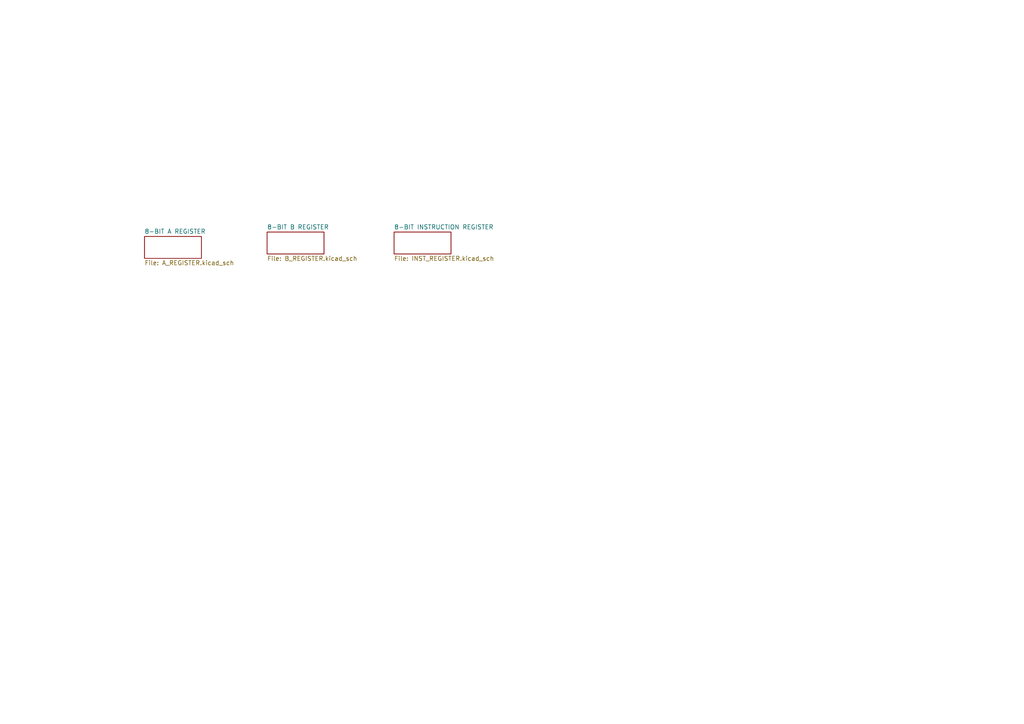
<source format=kicad_sch>
(kicad_sch
	(version 20231120)
	(generator "eeschema")
	(generator_version "8.0")
	(uuid "2a78792c-4d93-4879-b718-384e5952c61f")
	(paper "A4")
	(title_block
		(title "8-BIT REGISTER INDEX")
		(date "2024-09-16")
		(rev "0.0")
		(company "MY COMPANY")
		(comment 1 "AUTHOR SAYAN RANA")
	)
	(lib_symbols)
	(sheet
		(at 114.3 67.31)
		(size 16.51 6.35)
		(fields_autoplaced yes)
		(stroke
			(width 0.1524)
			(type solid)
		)
		(fill
			(color 0 0 0 0.0000)
		)
		(uuid "03ca241f-577f-46b2-a5b7-71944adee30e")
		(property "Sheetname" "8-BIT INSTRUCTION REGISTER"
			(at 114.3 66.5984 0)
			(effects
				(font
					(size 1.27 1.27)
				)
				(justify left bottom)
			)
		)
		(property "Sheetfile" "INST_REGISTER.kicad_sch"
			(at 114.3 74.2446 0)
			(effects
				(font
					(size 1.27 1.27)
				)
				(justify left top)
			)
		)
		(instances
			(project "8-Bit Computer"
				(path "/39f5383d-3aff-442d-82e1-a5533727950e/8a95d4cd-3024-4bf4-9d2a-dca88a0ee9ed"
					(page "6")
				)
			)
		)
	)
	(sheet
		(at 41.91 68.58)
		(size 16.51 6.35)
		(fields_autoplaced yes)
		(stroke
			(width 0.1524)
			(type solid)
		)
		(fill
			(color 0 0 0 0.0000)
		)
		(uuid "16a25030-2590-459c-9245-8077aa7fdcee")
		(property "Sheetname" "8-BIT A REGISTER"
			(at 41.91 67.8684 0)
			(effects
				(font
					(size 1.27 1.27)
				)
				(justify left bottom)
			)
		)
		(property "Sheetfile" "A_REGISTER.kicad_sch"
			(at 41.91 75.5146 0)
			(effects
				(font
					(size 1.27 1.27)
				)
				(justify left top)
			)
		)
		(instances
			(project "8-Bit Computer"
				(path "/39f5383d-3aff-442d-82e1-a5533727950e/8a95d4cd-3024-4bf4-9d2a-dca88a0ee9ed"
					(page "4")
				)
			)
		)
	)
	(sheet
		(at 77.47 67.31)
		(size 16.51 6.35)
		(fields_autoplaced yes)
		(stroke
			(width 0.1524)
			(type solid)
		)
		(fill
			(color 0 0 0 0.0000)
		)
		(uuid "9ffb61e2-a053-4140-a564-f056b33ec8ff")
		(property "Sheetname" "8-BIT B REGISTER"
			(at 77.47 66.5984 0)
			(effects
				(font
					(size 1.27 1.27)
				)
				(justify left bottom)
			)
		)
		(property "Sheetfile" "B_REGISTER.kicad_sch"
			(at 77.47 74.2446 0)
			(effects
				(font
					(size 1.27 1.27)
				)
				(justify left top)
			)
		)
		(instances
			(project "8-Bit Computer"
				(path "/39f5383d-3aff-442d-82e1-a5533727950e/8a95d4cd-3024-4bf4-9d2a-dca88a0ee9ed"
					(page "5")
				)
			)
		)
	)
)

</source>
